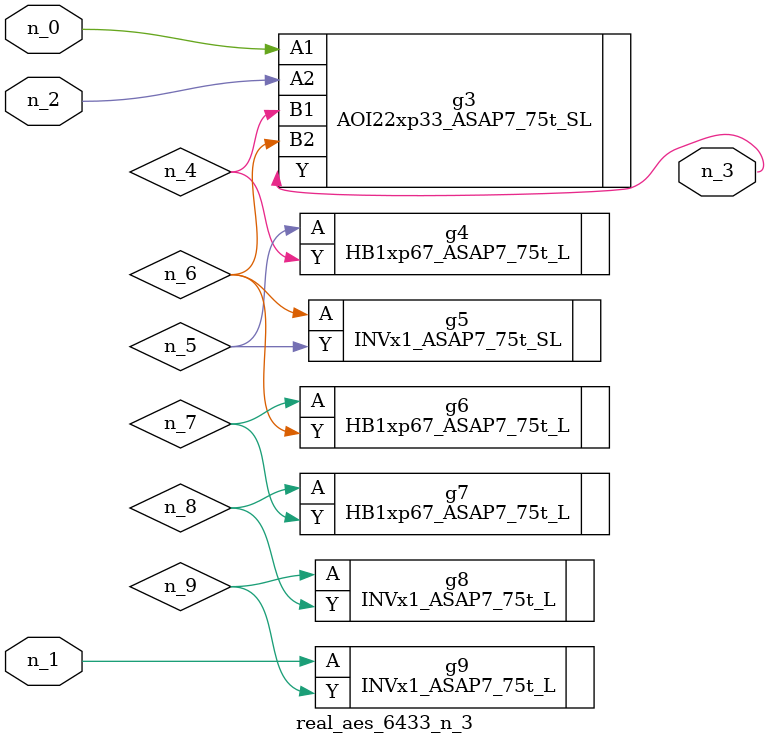
<source format=v>
module real_aes_6433_n_3 (n_0, n_2, n_1, n_3);
input n_0;
input n_2;
input n_1;
output n_3;
wire n_4;
wire n_5;
wire n_7;
wire n_8;
wire n_6;
wire n_9;
AOI22xp33_ASAP7_75t_SL g3 ( .A1(n_0), .A2(n_2), .B1(n_4), .B2(n_6), .Y(n_3) );
INVx1_ASAP7_75t_L g9 ( .A(n_1), .Y(n_9) );
HB1xp67_ASAP7_75t_L g4 ( .A(n_5), .Y(n_4) );
INVx1_ASAP7_75t_SL g5 ( .A(n_6), .Y(n_5) );
HB1xp67_ASAP7_75t_L g6 ( .A(n_7), .Y(n_6) );
HB1xp67_ASAP7_75t_L g7 ( .A(n_8), .Y(n_7) );
INVx1_ASAP7_75t_L g8 ( .A(n_9), .Y(n_8) );
endmodule
</source>
